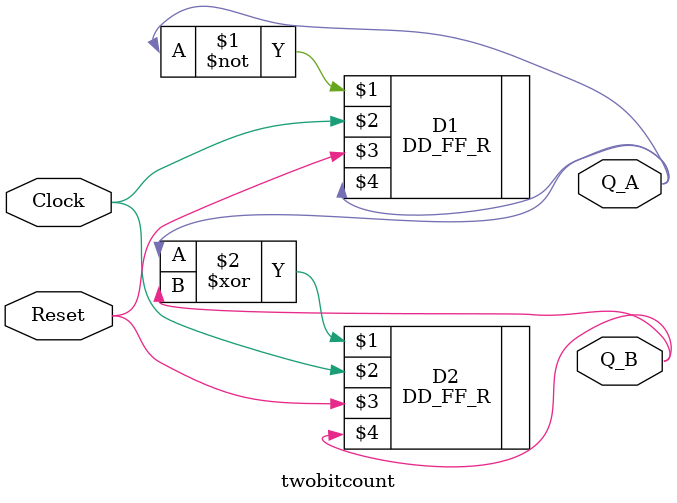
<source format=v>
`timescale 1ns / 1ps
module twobitcount(
    input Clock,
    input Reset,
    output Q_A,
    output Q_B
    );

DD_FF_R D1(~Q_A, Clock, Reset, Q_A);
DD_FF_R D2(Q_A^Q_B, Clock, Reset, Q_B);

endmodule

</source>
